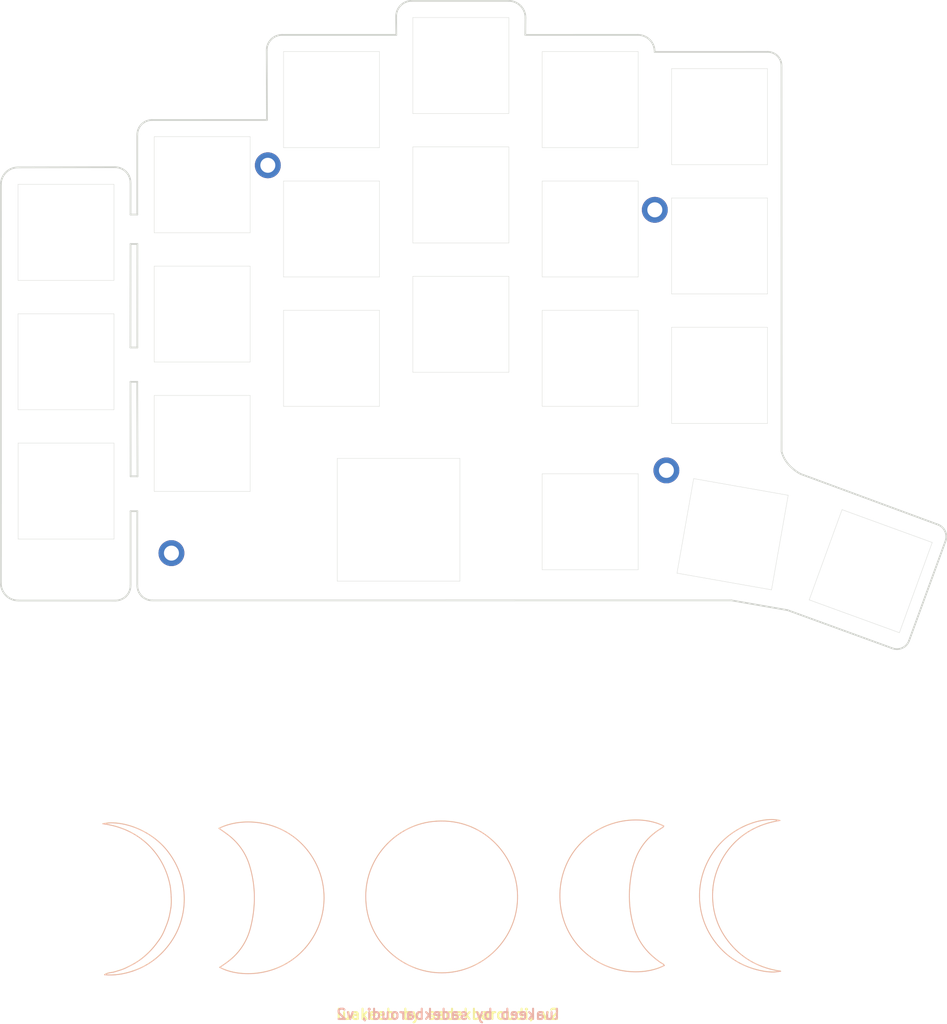
<source format=kicad_pcb>
(kicad_pcb (version 20171130) (host pcbnew "(5.1.10)-1")

  (general
    (thickness 1.6)
    (drawings 334)
    (tracks 0)
    (zones 0)
    (modules 4)
    (nets 1)
  )

  (page A4)
  (layers
    (0 F.Cu signal)
    (31 B.Cu signal)
    (32 B.Adhes user)
    (33 F.Adhes user)
    (34 B.Paste user)
    (35 F.Paste user)
    (36 B.SilkS user)
    (37 F.SilkS user)
    (38 B.Mask user)
    (39 F.Mask user)
    (40 Dwgs.User user)
    (41 Cmts.User user)
    (42 Eco1.User user)
    (43 Eco2.User user)
    (44 Edge.Cuts user)
    (45 Margin user)
    (46 B.CrtYd user)
    (47 F.CrtYd user)
    (48 B.Fab user)
    (49 F.Fab user)
  )

  (setup
    (last_trace_width 0.254)
    (trace_clearance 0.2)
    (zone_clearance 0.508)
    (zone_45_only no)
    (trace_min 0.2)
    (via_size 0.8)
    (via_drill 0.4)
    (via_min_size 0.4)
    (via_min_drill 0.3)
    (uvia_size 0.3)
    (uvia_drill 0.1)
    (uvias_allowed no)
    (uvia_min_size 0.2)
    (uvia_min_drill 0.1)
    (edge_width 0.05)
    (segment_width 0.2)
    (pcb_text_width 0.3)
    (pcb_text_size 1.5 1.5)
    (mod_edge_width 0.12)
    (mod_text_size 1 1)
    (mod_text_width 0.15)
    (pad_size 1.524 1.524)
    (pad_drill 0.762)
    (pad_to_mask_clearance 0)
    (aux_axis_origin 0 0)
    (grid_origin 145.852593 65.458404)
    (visible_elements 7FFFFFFF)
    (pcbplotparams
      (layerselection 0x010fc_ffffffff)
      (usegerberextensions false)
      (usegerberattributes true)
      (usegerberadvancedattributes true)
      (creategerberjobfile true)
      (excludeedgelayer true)
      (linewidth 0.100000)
      (plotframeref false)
      (viasonmask false)
      (mode 1)
      (useauxorigin false)
      (hpglpennumber 1)
      (hpglpenspeed 20)
      (hpglpendiameter 15.000000)
      (psnegative false)
      (psa4output false)
      (plotreference true)
      (plotvalue true)
      (plotinvisibletext false)
      (padsonsilk false)
      (subtractmaskfromsilk false)
      (outputformat 1)
      (mirror false)
      (drillshape 0)
      (scaleselection 1)
      (outputdirectory "gerbers/"))
  )

  (net 0 "")

  (net_class Default "This is the default net class."
    (clearance 0.2)
    (trace_width 0.254)
    (via_dia 0.8)
    (via_drill 0.4)
    (uvia_dia 0.3)
    (uvia_drill 0.1)
  )

  (net_class Power ""
    (clearance 0.2)
    (trace_width 0.381)
    (via_dia 0.8)
    (via_drill 0.4)
    (uvia_dia 0.3)
    (uvia_drill 0.1)
  )

  (module MountingHole:MountingHole_2.2mm_M2_DIN965_Pad (layer F.Cu) (tedit 56D1B4CB) (tstamp 61821F1C)
    (at 56.477588 112.136485)
    (descr "Mounting Hole 2.2mm, M2, DIN965")
    (tags "mounting hole 2.2mm m2 din965")
    (attr virtual)
    (fp_text reference "" (at 0 -4.2) (layer F.SilkS)
      (effects (font (size 1 1) (thickness 0.15)))
    )
    (fp_text value "" (at 0 4.2) (layer F.Fab)
      (effects (font (size 1 1) (thickness 0.15)))
    )
    (fp_circle (center 0 0) (end 2.15 0) (layer F.CrtYd) (width 0.05))
    (fp_circle (center 0 0) (end 1.9 0) (layer Cmts.User) (width 0.15))
    (fp_text user %R (at 0.3 0) (layer F.Fab)
      (effects (font (size 1 1) (thickness 0.15)))
    )
    (pad 1 thru_hole circle (at 0 0) (size 3.8 3.8) (drill 2.2) (layers *.Cu *.Mask))
  )

  (module MountingHole:MountingHole_2.2mm_M2_DIN965_Pad (layer F.Cu) (tedit 56D1B4CB) (tstamp 61821F1C)
    (at 70.637589 55.176487)
    (descr "Mounting Hole 2.2mm, M2, DIN965")
    (tags "mounting hole 2.2mm m2 din965")
    (attr virtual)
    (fp_text reference "" (at 0 -4.2) (layer F.SilkS)
      (effects (font (size 1 1) (thickness 0.15)))
    )
    (fp_text value "" (at 0 4.2) (layer F.Fab)
      (effects (font (size 1 1) (thickness 0.15)))
    )
    (fp_circle (center 0 0) (end 2.15 0) (layer F.CrtYd) (width 0.05))
    (fp_circle (center 0 0) (end 1.9 0) (layer Cmts.User) (width 0.15))
    (fp_text user %R (at 0.3 0) (layer F.Fab)
      (effects (font (size 1 1) (thickness 0.15)))
    )
    (pad 1 thru_hole circle (at 0 0) (size 3.8 3.8) (drill 2.2) (layers *.Cu *.Mask))
  )

  (module MountingHole:MountingHole_2.2mm_M2_DIN965_Pad (layer F.Cu) (tedit 56D1B4CB) (tstamp 61821F1C)
    (at 127.487585 61.716488)
    (descr "Mounting Hole 2.2mm, M2, DIN965")
    (tags "mounting hole 2.2mm m2 din965")
    (attr virtual)
    (fp_text reference "" (at 0 -4.2) (layer F.SilkS)
      (effects (font (size 1 1) (thickness 0.15)))
    )
    (fp_text value "" (at 0 4.2) (layer F.Fab)
      (effects (font (size 1 1) (thickness 0.15)))
    )
    (fp_circle (center 0 0) (end 2.15 0) (layer F.CrtYd) (width 0.05))
    (fp_circle (center 0 0) (end 1.9 0) (layer Cmts.User) (width 0.15))
    (fp_text user %R (at 0.3 0) (layer F.Fab)
      (effects (font (size 1 1) (thickness 0.15)))
    )
    (pad 1 thru_hole circle (at 0 0) (size 3.8 3.8) (drill 2.2) (layers *.Cu *.Mask))
  )

  (module MountingHole:MountingHole_2.2mm_M2_DIN965_Pad (layer F.Cu) (tedit 56D1B4CB) (tstamp 61821E14)
    (at 129.187674 99.986757)
    (descr "Mounting Hole 2.2mm, M2, DIN965")
    (tags "mounting hole 2.2mm m2 din965")
    (attr virtual)
    (fp_text reference "" (at 0 -4.2) (layer F.SilkS)
      (effects (font (size 1 1) (thickness 0.15)))
    )
    (fp_text value "" (at 0 4.2) (layer F.Fab)
      (effects (font (size 1 1) (thickness 0.15)))
    )
    (fp_circle (center 0 0) (end 2.15 0) (layer F.CrtYd) (width 0.05))
    (fp_circle (center 0 0) (end 1.9 0) (layer Cmts.User) (width 0.15))
    (fp_text user %R (at 0.3 0) (layer F.Fab)
      (effects (font (size 1 1) (thickness 0.15)))
    )
    (pad 1 thru_hole circle (at 0 0) (size 3.8 3.8) (drill 2.2) (layers *.Cu *.Mask))
  )

  (gr_line (start 154.989002 105.752329) (end 150.166518 119.001995) (layer Edge.Cuts) (width 0.05) (tstamp 61B3843E))
  (gr_line (start 150.166518 119.001995) (end 163.416184 123.824479) (layer Edge.Cuts) (width 0.05) (tstamp 61B3843D))
  (gr_line (start 168.238668 110.574813) (end 154.989002 105.752329) (layer Edge.Cuts) (width 0.05) (tstamp 61B3843C))
  (gr_line (start 163.416184 123.824479) (end 168.238668 110.574813) (layer Edge.Cuts) (width 0.05) (tstamp 61B3843B))
  (gr_line (start 133.193918 101.19129) (end 130.745479 115.077079) (layer Edge.Cuts) (width 0.05) (tstamp 61B3843E))
  (gr_line (start 130.745479 115.077079) (end 144.631268 117.525518) (layer Edge.Cuts) (width 0.05) (tstamp 61B3843D))
  (gr_line (start 147.079707 103.639729) (end 133.193918 101.19129) (layer Edge.Cuts) (width 0.05) (tstamp 61B3843C))
  (gr_line (start 144.631268 117.525518) (end 147.079707 103.639729) (layer Edge.Cuts) (width 0.05) (tstamp 61B3843B))
  (gr_line (start 129.942593 40.978404) (end 129.942593 55.078404) (layer Edge.Cuts) (width 0.05) (tstamp 61B3843E))
  (gr_line (start 129.942593 55.078404) (end 144.042593 55.078404) (layer Edge.Cuts) (width 0.05) (tstamp 61B3843D))
  (gr_line (start 144.042593 40.978404) (end 129.942593 40.978404) (layer Edge.Cuts) (width 0.05) (tstamp 61B3843C))
  (gr_line (start 144.042593 55.078404) (end 144.042593 40.978404) (layer Edge.Cuts) (width 0.05) (tstamp 61B3843B))
  (gr_line (start 129.942593 59.978404) (end 129.942593 74.078404) (layer Edge.Cuts) (width 0.05) (tstamp 61B3843E))
  (gr_line (start 129.942593 74.078404) (end 144.042593 74.078404) (layer Edge.Cuts) (width 0.05) (tstamp 61B3843D))
  (gr_line (start 144.042593 59.978404) (end 129.942593 59.978404) (layer Edge.Cuts) (width 0.05) (tstamp 61B3843C))
  (gr_line (start 144.042593 74.078404) (end 144.042593 59.978404) (layer Edge.Cuts) (width 0.05) (tstamp 61B3843B))
  (gr_line (start 129.942593 78.978404) (end 129.942593 93.078404) (layer Edge.Cuts) (width 0.05) (tstamp 61B3843E))
  (gr_line (start 129.942593 93.078404) (end 144.042593 93.078404) (layer Edge.Cuts) (width 0.05) (tstamp 61B3843D))
  (gr_line (start 144.042593 78.978404) (end 129.942593 78.978404) (layer Edge.Cuts) (width 0.05) (tstamp 61B3843C))
  (gr_line (start 144.042593 93.078404) (end 144.042593 78.978404) (layer Edge.Cuts) (width 0.05) (tstamp 61B3843B))
  (gr_line (start 110.942593 100.478404) (end 110.942593 114.578404) (layer Edge.Cuts) (width 0.05) (tstamp 61B3843E))
  (gr_line (start 110.942593 114.578404) (end 125.042593 114.578404) (layer Edge.Cuts) (width 0.05) (tstamp 61B3843D))
  (gr_line (start 125.042593 100.478404) (end 110.942593 100.478404) (layer Edge.Cuts) (width 0.05) (tstamp 61B3843C))
  (gr_line (start 125.042593 114.578404) (end 125.042593 100.478404) (layer Edge.Cuts) (width 0.05) (tstamp 61B3843B))
  (gr_line (start 110.942593 76.478404) (end 110.942593 90.578404) (layer Edge.Cuts) (width 0.05) (tstamp 61B3843E))
  (gr_line (start 110.942593 90.578404) (end 125.042593 90.578404) (layer Edge.Cuts) (width 0.05) (tstamp 61B3843D))
  (gr_line (start 125.042593 76.478404) (end 110.942593 76.478404) (layer Edge.Cuts) (width 0.05) (tstamp 61B3843C))
  (gr_line (start 125.042593 90.578404) (end 125.042593 76.478404) (layer Edge.Cuts) (width 0.05) (tstamp 61B3843B))
  (gr_line (start 110.942593 57.478404) (end 110.942593 71.578404) (layer Edge.Cuts) (width 0.05) (tstamp 61B3843E))
  (gr_line (start 110.942593 71.578404) (end 125.042593 71.578404) (layer Edge.Cuts) (width 0.05) (tstamp 61B3843D))
  (gr_line (start 125.042593 57.478404) (end 110.942593 57.478404) (layer Edge.Cuts) (width 0.05) (tstamp 61B3843C))
  (gr_line (start 125.042593 71.578404) (end 125.042593 57.478404) (layer Edge.Cuts) (width 0.05) (tstamp 61B3843B))
  (gr_line (start 110.942593 38.478404) (end 110.942593 52.578404) (layer Edge.Cuts) (width 0.05) (tstamp 61B3843E))
  (gr_line (start 110.942593 52.578404) (end 125.042593 52.578404) (layer Edge.Cuts) (width 0.05) (tstamp 61B3843D))
  (gr_line (start 125.042593 38.478404) (end 110.942593 38.478404) (layer Edge.Cuts) (width 0.05) (tstamp 61B3843C))
  (gr_line (start 125.042593 52.578404) (end 125.042593 38.478404) (layer Edge.Cuts) (width 0.05) (tstamp 61B3843B))
  (gr_line (start 91.942593 33.478404) (end 91.942593 47.578404) (layer Edge.Cuts) (width 0.05) (tstamp 61B3843E))
  (gr_line (start 91.942593 47.578404) (end 106.042593 47.578404) (layer Edge.Cuts) (width 0.05) (tstamp 61B3843D))
  (gr_line (start 106.042593 33.478404) (end 91.942593 33.478404) (layer Edge.Cuts) (width 0.05) (tstamp 61B3843C))
  (gr_line (start 106.042593 47.578404) (end 106.042593 33.478404) (layer Edge.Cuts) (width 0.05) (tstamp 61B3843B))
  (gr_line (start 91.942593 52.478404) (end 91.942593 66.578404) (layer Edge.Cuts) (width 0.05) (tstamp 61B3843E))
  (gr_line (start 91.942593 66.578404) (end 106.042593 66.578404) (layer Edge.Cuts) (width 0.05) (tstamp 61B3843D))
  (gr_line (start 106.042593 52.478404) (end 91.942593 52.478404) (layer Edge.Cuts) (width 0.05) (tstamp 61B3843C))
  (gr_line (start 106.042593 66.578404) (end 106.042593 52.478404) (layer Edge.Cuts) (width 0.05) (tstamp 61B3843B))
  (gr_line (start 91.942593 71.478404) (end 91.942593 85.578404) (layer Edge.Cuts) (width 0.05) (tstamp 61B3843E))
  (gr_line (start 91.942593 85.578404) (end 106.042593 85.578404) (layer Edge.Cuts) (width 0.05) (tstamp 61B3843D))
  (gr_line (start 106.042593 71.478404) (end 91.942593 71.478404) (layer Edge.Cuts) (width 0.05) (tstamp 61B3843C))
  (gr_line (start 106.042593 85.578404) (end 106.042593 71.478404) (layer Edge.Cuts) (width 0.05) (tstamp 61B3843B))
  (gr_line (start 72.942593 76.478404) (end 72.942593 90.578404) (layer Edge.Cuts) (width 0.05) (tstamp 61B3843E))
  (gr_line (start 72.942593 90.578404) (end 87.042593 90.578404) (layer Edge.Cuts) (width 0.05) (tstamp 61B3843D))
  (gr_line (start 87.042593 76.478404) (end 72.942593 76.478404) (layer Edge.Cuts) (width 0.05) (tstamp 61B3843C))
  (gr_line (start 87.042593 90.578404) (end 87.042593 76.478404) (layer Edge.Cuts) (width 0.05) (tstamp 61B3843B))
  (gr_line (start 72.942593 57.478404) (end 72.942593 71.578404) (layer Edge.Cuts) (width 0.05) (tstamp 61B3843E))
  (gr_line (start 72.942593 71.578404) (end 87.042593 71.578404) (layer Edge.Cuts) (width 0.05) (tstamp 61B3843D))
  (gr_line (start 87.042593 57.478404) (end 72.942593 57.478404) (layer Edge.Cuts) (width 0.05) (tstamp 61B3843C))
  (gr_line (start 87.042593 71.578404) (end 87.042593 57.478404) (layer Edge.Cuts) (width 0.05) (tstamp 61B3843B))
  (gr_line (start 72.942593 38.478404) (end 72.942593 52.578404) (layer Edge.Cuts) (width 0.05) (tstamp 61B3843E))
  (gr_line (start 72.942593 52.578404) (end 87.042593 52.578404) (layer Edge.Cuts) (width 0.05) (tstamp 61B3843D))
  (gr_line (start 87.042593 38.478404) (end 72.942593 38.478404) (layer Edge.Cuts) (width 0.05) (tstamp 61B3843C))
  (gr_line (start 87.042593 52.578404) (end 87.042593 38.478404) (layer Edge.Cuts) (width 0.05) (tstamp 61B3843B))
  (gr_line (start 53.942593 88.978404) (end 53.942593 103.078404) (layer Edge.Cuts) (width 0.05) (tstamp 61B3843E))
  (gr_line (start 53.942593 103.078404) (end 68.042593 103.078404) (layer Edge.Cuts) (width 0.05) (tstamp 61B3843D))
  (gr_line (start 68.042593 88.978404) (end 53.942593 88.978404) (layer Edge.Cuts) (width 0.05) (tstamp 61B3843C))
  (gr_line (start 68.042593 103.078404) (end 68.042593 88.978404) (layer Edge.Cuts) (width 0.05) (tstamp 61B3843B))
  (gr_line (start 53.942593 69.978404) (end 53.942593 84.078404) (layer Edge.Cuts) (width 0.05) (tstamp 61B3843E))
  (gr_line (start 53.942593 84.078404) (end 68.042593 84.078404) (layer Edge.Cuts) (width 0.05) (tstamp 61B3843D))
  (gr_line (start 68.042593 69.978404) (end 53.942593 69.978404) (layer Edge.Cuts) (width 0.05) (tstamp 61B3843C))
  (gr_line (start 68.042593 84.078404) (end 68.042593 69.978404) (layer Edge.Cuts) (width 0.05) (tstamp 61B3843B))
  (gr_line (start 53.942593 50.978404) (end 53.942593 65.078404) (layer Edge.Cuts) (width 0.05) (tstamp 61B3843E))
  (gr_line (start 53.942593 65.078404) (end 68.042593 65.078404) (layer Edge.Cuts) (width 0.05) (tstamp 61B3843D))
  (gr_line (start 68.042593 50.978404) (end 53.942593 50.978404) (layer Edge.Cuts) (width 0.05) (tstamp 61B3843C))
  (gr_line (start 68.042593 65.078404) (end 68.042593 50.978404) (layer Edge.Cuts) (width 0.05) (tstamp 61B3843B))
  (gr_line (start 33.942593 57.978404) (end 33.942593 72.078404) (layer Edge.Cuts) (width 0.05) (tstamp 61B3843E))
  (gr_line (start 33.942593 72.078404) (end 48.042593 72.078404) (layer Edge.Cuts) (width 0.05) (tstamp 61B3843D))
  (gr_line (start 48.042593 57.978404) (end 33.942593 57.978404) (layer Edge.Cuts) (width 0.05) (tstamp 61B3843C))
  (gr_line (start 48.042593 72.078404) (end 48.042593 57.978404) (layer Edge.Cuts) (width 0.05) (tstamp 61B3843B))
  (gr_line (start 33.942593 76.978404) (end 33.942593 91.078404) (layer Edge.Cuts) (width 0.05) (tstamp 61B3843E))
  (gr_line (start 33.942593 91.078404) (end 48.042593 91.078404) (layer Edge.Cuts) (width 0.05) (tstamp 61B3843D))
  (gr_line (start 48.042593 76.978404) (end 33.942593 76.978404) (layer Edge.Cuts) (width 0.05) (tstamp 61B3843C))
  (gr_line (start 48.042593 91.078404) (end 48.042593 76.978404) (layer Edge.Cuts) (width 0.05) (tstamp 61B3843B))
  (gr_line (start 48.052593 95.978404) (end 33.952593 95.978404) (layer Edge.Cuts) (width 0.05) (tstamp 61B38432))
  (gr_line (start 48.052593 110.078404) (end 48.052593 95.978404) (layer Edge.Cuts) (width 0.05))
  (gr_line (start 33.952593 110.078404) (end 48.052593 110.078404) (layer Edge.Cuts) (width 0.05))
  (gr_line (start 33.952593 95.978404) (end 33.952593 110.078404) (layer Edge.Cuts) (width 0.05))
  (gr_line (start 98.862593 98.224404) (end 80.828593 98.224404) (layer Edge.Cuts) (width 0.05) (tstamp 61B38410))
  (gr_line (start 98.862593 116.258404) (end 98.862593 98.224404) (layer Edge.Cuts) (width 0.05))
  (gr_line (start 80.828593 116.258404) (end 98.862593 116.258404) (layer Edge.Cuts) (width 0.05))
  (gr_line (start 80.828593 98.224404) (end 80.828593 116.258404) (layer Edge.Cuts) (width 0.05))
  (gr_curve (pts (xy 148.900593 100.510404) (xy 147.62539 99.825266) (xy 146.480177 98.679288) (xy 146.106593 97.208404)) (layer Edge.Cuts) (width 0.25) (tstamp 61B37F8D))
  (gr_text "luakeeb by sadekbaroudi, v2" (at 97.104393 179.869204) (layer B.SilkS)
    (effects (font (size 1.5 1.5) (thickness 0.3)) (justify mirror))
  )
  (gr_text "luakeeb by sadekbaroudi, v2" (at 97.053593 179.869204) (layer F.SilkS)
    (effects (font (size 1.5 1.5) (thickness 0.3)))
  )
  (gr_curve (pts (xy 45.956993 114.572987) (xy 45.931593 114.634371) (xy 45.906193 114.697871) (xy 45.887143 114.761371)) (layer F.SilkS) (width 0.00192))
  (gr_curve (pts (xy 44.97486 116.406021) (xy 44.553643 116.617687) (xy 43.817043 116.566887) (xy 43.37466 116.010204)) (layer F.SilkS) (width 0.00192))
  (gr_curve (pts (xy 42.32056 115.174121) (xy 42.324793 115.88532) (xy 41.759643 116.490687) (xy 41.046326 116.535137)) (layer F.SilkS) (width 0.00192))
  (gr_curve (pts (xy 46.534843 113.825804) (xy 46.699943 113.770771) (xy 46.869276 113.743254) (xy 47.042843 113.760187)) (layer F.SilkS) (width 0.00192))
  (gr_curve (pts (xy 45.899843 115.989037) (xy 45.497676 115.470454) (xy 45.52731 114.807937) (xy 45.840576 114.354971)) (layer F.SilkS) (width 0.00192))
  (gr_curve (pts (xy 39.579476 115.267254) (xy 39.524443 114.473504) (xy 40.140393 113.836387) (xy 40.87276 113.796171)) (layer F.SilkS) (width 0.00192))
  (gr_curve (pts (xy 45.887143 114.761371) (xy 45.868093 114.829104) (xy 45.855393 114.898954) (xy 45.84481 114.966687)) (layer F.SilkS) (width 0.00192))
  (gr_curve (pts (xy 46.481926 113.976087) (xy 46.424776 114.012071) (xy 46.369743 114.050171) (xy 46.318943 114.094621)) (layer F.SilkS) (width 0.00192))
  (gr_curve (pts (xy 38.512676 116.048304) (xy 38.04066 116.624037) (xy 37.299826 116.638854) (xy 36.933643 116.448354)) (layer F.SilkS) (width 0.00192))
  (gr_curve (pts (xy 43.37466 116.010204) (xy 42.951326 115.476804) (xy 42.985193 114.729621) (xy 43.41911 114.238554)) (layer F.SilkS) (width 0.00192))
  (gr_curve (pts (xy 46.668193 113.878721) (xy 46.604693 113.910471) (xy 46.541193 113.940104) (xy 46.481926 113.976087)) (layer F.SilkS) (width 0.00192))
  (gr_curve (pts (xy 36.933643 116.448354) (xy 36.937876 116.427187) (xy 36.95481 116.420837) (xy 36.971743 116.410254)) (layer F.SilkS) (width 0.00192))
  (gr_curve (pts (xy 43.41911 114.238554) (xy 43.88901 113.707271) (xy 44.61291 113.703037) (xy 44.960043 113.893537)) (layer F.SilkS) (width 0.00192))
  (gr_curve (pts (xy 40.87276 113.796171) (xy 41.61571 113.753837) (xy 42.322676 114.342271) (xy 42.32056 115.174121)) (layer F.SilkS) (width 0.00192))
  (gr_curve (pts (xy 41.046326 116.535137) (xy 40.210243 116.590171) (xy 39.623926 115.940354) (xy 39.579476 115.267254)) (layer F.SilkS) (width 0.00192))
  (gr_curve (pts (xy 44.80976 113.999371) (xy 44.602326 114.156004) (xy 44.46686 114.363437) (xy 44.40336 114.613204)) (layer F.SilkS) (width 0.00192))
  (gr_curve (pts (xy 34.819093 113.823687) (xy 34.96726 113.791937) (xy 35.109077 113.815221) (xy 35.250893 113.851204)) (layer F.SilkS) (width 0.00192))
  (gr_line (start 36.933643 116.448354) (end 36.933643 116.448354) (layer F.SilkS) (width 0.00192))
  (gr_line (start 44.960043 113.893537) (end 44.960043 113.893537) (layer F.SilkS) (width 0.00192))
  (gr_curve (pts (xy 37.464926 114.594154) (xy 37.382376 114.333804) (xy 37.21516 114.134837) (xy 36.99291 113.982437)) (layer F.SilkS) (width 0.00192))
  (gr_curve (pts (xy 44.424526 115.743504) (xy 44.49861 115.978454) (xy 44.640426 116.166837) (xy 44.839393 116.310771)) (layer F.SilkS) (width 0.00192))
  (gr_curve (pts (xy 35.725026 114.312637) (xy 35.490076 114.033237) (xy 35.181043 113.876604) (xy 34.819093 113.823687)) (layer F.SilkS) (width 0.00192))
  (gr_curve (pts (xy 45.84481 114.966687) (xy 45.834226 115.034421) (xy 45.834226 115.100037) (xy 45.83846 115.16777)) (layer F.SilkS) (width 0.00192))
  (gr_curve (pts (xy 46.052243 114.395187) (xy 46.014143 114.450221) (xy 45.982393 114.509487) (xy 45.956993 114.572987)) (layer F.SilkS) (width 0.00192))
  (gr_curve (pts (xy 46.17501 114.236437) (xy 46.13056 114.287237) (xy 46.090343 114.342271) (xy 46.052243 114.395187)) (layer F.SilkS) (width 0.00192))
  (gr_curve (pts (xy 47.042843 113.760187) (xy 46.98781 113.800404) (xy 46.920076 113.794054) (xy 46.858693 113.813104)) (layer F.SilkS) (width 0.00192))
  (gr_curve (pts (xy 36.92306 113.927404) (xy 37.276543 113.73902) (xy 37.998326 113.732671) (xy 38.48516 114.291471)) (layer F.SilkS) (width 0.00192))
  (gr_curve (pts (xy 45.840576 114.354971) (xy 46.014143 114.103087) (xy 46.24486 113.923171) (xy 46.534843 113.825804)) (layer F.SilkS) (width 0.00192))
  (gr_curve (pts (xy 44.839393 116.310771) (xy 44.881726 116.342521) (xy 44.928293 116.372154) (xy 44.97486 116.406021)) (layer F.SilkS) (width 0.00192))
  (gr_curve (pts (xy 44.40336 114.613204) (xy 44.30811 114.992087) (xy 44.30811 115.368854) (xy 44.424526 115.743504)) (layer F.SilkS) (width 0.00192))
  (gr_curve (pts (xy 47.072476 116.488571) (xy 46.74651 116.562654) (xy 46.20676 116.386971) (xy 45.899843 115.989037)) (layer F.SilkS) (width 0.00192))
  (gr_curve (pts (xy 37.51361 115.608037) (xy 37.57711 115.267254) (xy 37.57076 114.926471) (xy 37.464926 114.594154)) (layer F.SilkS) (width 0.00192))
  (gr_line (start 42.32056 115.174121) (end 42.32056 115.174121) (layer F.SilkS) (width 0.00192))
  (gr_line (start 34.83391 116.547837) (end 34.83391 116.547837) (layer F.SilkS) (width 0.00192))
  (gr_curve (pts (xy 34.83391 116.547837) (xy 35.661526 116.422954) (xy 36.01501 115.771021) (xy 36.04676 115.288421)) (layer F.SilkS) (width 0.00192))
  (gr_curve (pts (xy 45.85751 115.368854) (xy 45.96546 115.931887) (xy 46.39726 116.401787) (xy 47.072476 116.488571)) (layer F.SilkS) (width 0.00192))
  (gr_curve (pts (xy 46.318943 114.094621) (xy 46.268143 114.13907) (xy 46.21946 114.185637) (xy 46.17501 114.236437)) (layer F.SilkS) (width 0.00192))
  (gr_curve (pts (xy 44.960043 113.893537) (xy 44.90501 113.931637) (xy 44.856326 113.963387) (xy 44.80976 113.999371)) (layer F.SilkS) (width 0.00192))
  (gr_curve (pts (xy 45.83846 115.16777) (xy 45.842693 115.235504) (xy 45.84481 115.303237) (xy 45.85751 115.368854)) (layer F.SilkS) (width 0.00192))
  (gr_curve (pts (xy 38.48516 114.291471) (xy 38.908493 114.778304) (xy 38.921193 115.544537) (xy 38.512676 116.048304)) (layer F.SilkS) (width 0.00192))
  (gr_line (start 47.072476 116.488571) (end 47.072476 116.488571) (layer F.SilkS) (width 0.00192))
  (gr_curve (pts (xy 36.99291 113.982437) (xy 36.969626 113.965504) (xy 36.937876 113.957037) (xy 36.92306 113.927404)) (layer F.SilkS) (width 0.00192))
  (gr_curve (pts (xy 46.858693 113.813104) (xy 46.795193 113.834271) (xy 46.729576 113.849087) (xy 46.668193 113.878721)) (layer F.SilkS) (width 0.00192))
  (gr_curve (pts (xy 36.006543 116.018671) (xy 35.67846 116.463171) (xy 35.11331 116.621921) (xy 34.83391 116.547837)) (layer F.SilkS) (width 0.00192))
  (gr_curve (pts (xy 36.971743 116.410254) (xy 37.27866 116.228221) (xy 37.45011 115.950937) (xy 37.51361 115.608037)) (layer F.SilkS) (width 0.00192))
  (gr_curve (pts (xy 36.04676 115.288421) (xy 36.070043 114.920121) (xy 35.962093 114.592037) (xy 35.725026 114.312637)) (layer F.SilkS) (width 0.00192))
  (gr_curve (pts (xy 35.98326 114.325337) (xy 36.374843 114.814287) (xy 36.391776 115.502204) (xy 36.006543 116.018671)) (layer F.SilkS) (width 0.00192))
  (gr_curve (pts (xy 35.250893 113.851204) (xy 35.547226 113.927404) (xy 35.79276 114.086154) (xy 35.98326 114.325337)) (layer F.SilkS) (width 0.00192))
  (gr_curve (pts (xy 45.910426 115.997504) (xy 45.508259 115.478921) (xy 45.537893 114.816404) (xy 45.851159 114.363438)) (layer B.SilkS) (width 0.00192))
  (gr_curve (pts (xy 44.970626 113.902004) (xy 44.915593 113.940104) (xy 44.866909 113.971854) (xy 44.820343 114.007838)) (layer B.SilkS) (width 0.00192))
  (gr_curve (pts (xy 35.735609 114.321104) (xy 35.500659 114.041704) (xy 35.191626 113.885071) (xy 34.829676 113.832154)) (layer B.SilkS) (width 0.00192))
  (gr_curve (pts (xy 46.545426 113.834271) (xy 46.710526 113.779238) (xy 46.879859 113.751721) (xy 47.053426 113.768654)) (layer B.SilkS) (width 0.00192))
  (gr_curve (pts (xy 36.944226 116.456821) (xy 36.948459 116.435654) (xy 36.965393 116.429304) (xy 36.982326 116.418721)) (layer B.SilkS) (width 0.00192))
  (gr_curve (pts (xy 46.329526 114.103088) (xy 46.278726 114.147537) (xy 46.230043 114.194104) (xy 46.185593 114.244904)) (layer B.SilkS) (width 0.00192))
  (gr_curve (pts (xy 36.982326 116.418721) (xy 37.289243 116.236688) (xy 37.460693 115.959404) (xy 37.524193 115.616504)) (layer B.SilkS) (width 0.00192))
  (gr_curve (pts (xy 46.492509 113.984554) (xy 46.435359 114.020538) (xy 46.380326 114.058638) (xy 46.329526 114.103088)) (layer B.SilkS) (width 0.00192))
  (gr_line (start 42.331143 115.182588) (end 42.331143 115.182588) (layer B.SilkS) (width 0.00192))
  (gr_line (start 36.944226 116.456821) (end 36.944226 116.456821) (layer B.SilkS) (width 0.00192))
  (gr_curve (pts (xy 47.053426 113.768654) (xy 46.998393 113.808871) (xy 46.930659 113.802521) (xy 46.869276 113.821571)) (layer B.SilkS) (width 0.00192))
  (gr_curve (pts (xy 41.056909 116.543604) (xy 40.220826 116.598638) (xy 39.634509 115.948821) (xy 39.590059 115.275721)) (layer B.SilkS) (width 0.00192))
  (gr_curve (pts (xy 44.985443 116.414488) (xy 44.564226 116.626154) (xy 43.827626 116.575354) (xy 43.385243 116.018671)) (layer B.SilkS) (width 0.00192))
  (gr_line (start 34.844493 116.556304) (end 34.844493 116.556304) (layer B.SilkS) (width 0.00192))
  (gr_curve (pts (xy 36.057343 115.296888) (xy 36.080626 114.928588) (xy 35.972676 114.600504) (xy 35.735609 114.321104)) (layer B.SilkS) (width 0.00192))
  (gr_curve (pts (xy 45.851159 114.363438) (xy 46.024726 114.111554) (xy 46.255443 113.931638) (xy 46.545426 113.834271)) (layer B.SilkS) (width 0.00192))
  (gr_curve (pts (xy 44.849976 116.319238) (xy 44.892309 116.350988) (xy 44.938876 116.380621) (xy 44.985443 116.414488)) (layer B.SilkS) (width 0.00192))
  (gr_curve (pts (xy 45.855393 114.975154) (xy 45.844809 115.042888) (xy 45.844809 115.108504) (xy 45.849043 115.176237)) (layer B.SilkS) (width 0.00192))
  (gr_curve (pts (xy 46.678776 113.887188) (xy 46.615276 113.918938) (xy 46.551776 113.948571) (xy 46.492509 113.984554)) (layer B.SilkS) (width 0.00192))
  (gr_curve (pts (xy 38.495743 114.299938) (xy 38.919076 114.786771) (xy 38.931776 115.553004) (xy 38.523259 116.056771)) (layer B.SilkS) (width 0.00192))
  (gr_curve (pts (xy 35.261476 113.859671) (xy 35.557809 113.935871) (xy 35.803343 114.094621) (xy 35.993843 114.333804)) (layer B.SilkS) (width 0.00192))
  (gr_curve (pts (xy 45.868093 115.377321) (xy 45.976043 115.940354) (xy 46.407843 116.410254) (xy 47.083059 116.497038)) (layer B.SilkS) (width 0.00192))
  (gr_line (start 44.970626 113.902004) (end 44.970626 113.902004) (layer B.SilkS) (width 0.00192))
  (gr_curve (pts (xy 46.062826 114.403654) (xy 46.024726 114.458688) (xy 45.992976 114.517954) (xy 45.967576 114.581454)) (layer B.SilkS) (width 0.00192))
  (gr_curve (pts (xy 39.590059 115.275721) (xy 39.535026 114.481971) (xy 40.150976 113.844854) (xy 40.883343 113.804638)) (layer B.SilkS) (width 0.00192))
  (gr_curve (pts (xy 40.883343 113.804638) (xy 41.626293 113.762304) (xy 42.333259 114.350738) (xy 42.331143 115.182588)) (layer B.SilkS) (width 0.00192))
  (gr_curve (pts (xy 37.475509 114.602621) (xy 37.392959 114.342271) (xy 37.225743 114.143304) (xy 37.003493 113.990904)) (layer B.SilkS) (width 0.00192))
  (gr_curve (pts (xy 43.429693 114.247021) (xy 43.899593 113.715738) (xy 44.623493 113.711504) (xy 44.970626 113.902004)) (layer B.SilkS) (width 0.00192))
  (gr_curve (pts (xy 35.993843 114.333804) (xy 36.385426 114.822754) (xy 36.402359 115.510671) (xy 36.017126 116.027138)) (layer B.SilkS) (width 0.00192))
  (gr_curve (pts (xy 44.413943 114.621671) (xy 44.318693 115.000554) (xy 44.318693 115.377321) (xy 44.435109 115.751971)) (layer B.SilkS) (width 0.00192))
  (gr_curve (pts (xy 44.820343 114.007838) (xy 44.612909 114.164471) (xy 44.477443 114.371904) (xy 44.413943 114.621671)) (layer B.SilkS) (width 0.00192))
  (gr_curve (pts (xy 47.083059 116.497038) (xy 46.757093 116.571121) (xy 46.217343 116.395438) (xy 45.910426 115.997504)) (layer B.SilkS) (width 0.00192))
  (gr_curve (pts (xy 46.869276 113.821571) (xy 46.805776 113.842738) (xy 46.740159 113.857554) (xy 46.678776 113.887188)) (layer B.SilkS) (width 0.00192))
  (gr_line (start 47.083059 116.497038) (end 47.083059 116.497038) (layer B.SilkS) (width 0.00192))
  (gr_curve (pts (xy 45.849043 115.176237) (xy 45.853276 115.243971) (xy 45.855393 115.311704) (xy 45.868093 115.377321)) (layer B.SilkS) (width 0.00192))
  (gr_curve (pts (xy 45.897726 114.769838) (xy 45.878676 114.837571) (xy 45.865976 114.907421) (xy 45.855393 114.975154)) (layer B.SilkS) (width 0.00192))
  (gr_curve (pts (xy 42.331143 115.182588) (xy 42.335376 115.893787) (xy 41.770226 116.499154) (xy 41.056909 116.543604)) (layer B.SilkS) (width 0.00192))
  (gr_curve (pts (xy 45.967576 114.581454) (xy 45.942176 114.642838) (xy 45.916776 114.706338) (xy 45.897726 114.769838)) (layer B.SilkS) (width 0.00192))
  (gr_curve (pts (xy 46.185593 114.244904) (xy 46.141143 114.295704) (xy 46.100926 114.350738) (xy 46.062826 114.403654)) (layer B.SilkS) (width 0.00192))
  (gr_curve (pts (xy 36.933643 113.935871) (xy 37.287126 113.747487) (xy 38.008909 113.741138) (xy 38.495743 114.299938)) (layer B.SilkS) (width 0.00192))
  (gr_curve (pts (xy 43.385243 116.018671) (xy 42.961909 115.485271) (xy 42.995776 114.738088) (xy 43.429693 114.247021)) (layer B.SilkS) (width 0.00192))
  (gr_curve (pts (xy 44.435109 115.751971) (xy 44.509193 115.986921) (xy 44.651009 116.175304) (xy 44.849976 116.319238)) (layer B.SilkS) (width 0.00192))
  (gr_curve (pts (xy 38.523259 116.056771) (xy 38.051243 116.632504) (xy 37.310409 116.647321) (xy 36.944226 116.456821)) (layer B.SilkS) (width 0.00192))
  (gr_curve (pts (xy 37.003493 113.990904) (xy 36.980209 113.973971) (xy 36.948459 113.965504) (xy 36.933643 113.935871)) (layer B.SilkS) (width 0.00192))
  (gr_curve (pts (xy 37.524193 115.616504) (xy 37.587693 115.275721) (xy 37.581343 114.934938) (xy 37.475509 114.602621)) (layer B.SilkS) (width 0.00192))
  (gr_curve (pts (xy 34.829676 113.832154) (xy 34.977843 113.800404) (xy 35.11966 113.823688) (xy 35.261476 113.859671)) (layer B.SilkS) (width 0.00192))
  (gr_curve (pts (xy 36.017126 116.027138) (xy 35.689043 116.471638) (xy 35.123893 116.630388) (xy 34.844493 116.556304)) (layer B.SilkS) (width 0.00192))
  (gr_curve (pts (xy 34.844493 116.556304) (xy 35.672109 116.431421) (xy 36.025593 115.779488) (xy 36.057343 115.296888)) (layer B.SilkS) (width 0.00192))
  (gr_curve (pts (xy 136.517255 169.468169) (xy 133.335641 165.49545) (xy 133.198058 159.906126) (xy 136.328079 155.709835)) (layer B.SilkS) (width 0.12675))
  (gr_curve (pts (xy 56.392161 164.2572) (xy 56.478151 163.706866) (xy 56.478151 163.173731) (xy 56.443755 162.623398)) (layer B.SilkS) (width 0.12675))
  (gr_curve (pts (xy 145.855724 151.410356) (xy 139.131339 152.425033) (xy 136.259286 157.721991) (xy 136.001318 161.643116)) (layer B.SilkS) (width 0.12675))
  (gr_curve (pts (xy 128.88138 172.701376) (xy 126.009329 174.231991) (xy 120.144839 174.283585) (xy 116.189318 169.743335)) (layer B.SilkS) (width 0.12675))
  (gr_curve (pts (xy 124.478714 167.284033) (xy 125.149433 169.399376) (xy 126.508068 171.015981) (xy 128.313849 172.254231)) (layer B.SilkS) (width 0.12675))
  (gr_line (start 145.855724 151.410356) (end 145.855724 151.410356) (layer B.SilkS) (width 0.12675))
  (gr_curve (pts (xy 49.702172 173.096929) (xy 50.21811 172.83896) (xy 50.734047 172.598189) (xy 51.215589 172.305825)) (layer B.SilkS) (width 0.12675))
  (gr_curve (pts (xy 51.215589 172.305825) (xy 51.679933 172.01346) (xy 52.127079 171.703897) (xy 52.539829 171.342741)) (layer B.SilkS) (width 0.12675))
  (gr_curve (pts (xy 46.41737 151.891897) (xy 49.065849 151.28997) (xy 53.451318 152.717397) (xy 55.945016 155.950606)) (layer B.SilkS) (width 0.12675))
  (gr_curve (pts (xy 56.426558 169.227397) (xy 55.016329 171.27395) (xy 53.141755 172.735772) (xy 50.785641 173.526876)) (layer B.SilkS) (width 0.12675))
  (gr_line (start 46.41737 151.891897) (end 46.41737 151.891897) (layer B.SilkS) (width 0.12675))
  (gr_curve (pts (xy 138.615401 169.571356) (xy 140.52437 171.841481) (xy 143.035266 173.114126) (xy 145.97611 173.544075)) (layer B.SilkS) (width 0.12675))
  (gr_curve (pts (xy 136.328079 155.709835) (xy 138.993755 152.098272) (xy 143.585599 150.808429) (xy 145.855724 151.410356)) (layer B.SilkS) (width 0.12675))
  (gr_curve (pts (xy 55.945016 155.950606) (xy 59.21262 160.164095) (xy 58.971849 165.547044) (xy 56.426558 169.227397)) (layer B.SilkS) (width 0.12675))
  (gr_curve (pts (xy 116.189318 169.743335) (xy 112.749735 165.787814) (xy 112.646547 159.562169) (xy 115.965745 155.469064)) (layer B.SilkS) (width 0.12675))
  (gr_line (start 63.580891 172.976544) (end 63.580891 172.976544) (layer B.SilkS) (width 0.12675))
  (gr_curve (pts (xy 52.539829 171.342741) (xy 52.952579 170.981585) (xy 53.34813 170.603231) (xy 53.709286 170.190481)) (layer B.SilkS) (width 0.12675))
  (gr_curve (pts (xy 128.313849 172.254231) (xy 128.503026 172.391814) (xy 128.760995 172.460606) (xy 128.88138 172.701376)) (layer B.SilkS) (width 0.12675))
  (gr_curve (pts (xy 56.048204 165.925397) (xy 56.202985 165.375064) (xy 56.306172 164.807533) (xy 56.392161 164.2572)) (layer B.SilkS) (width 0.12675))
  (gr_curve (pts (xy 54.706766 168.900637) (xy 55.016329 168.453491) (xy 55.274297 167.97195) (xy 55.480672 167.456012)) (layer B.SilkS) (width 0.12675))
  (gr_curve (pts (xy 115.965745 155.469064) (xy 119.80088 150.791231) (xy 125.820151 150.670845) (xy 128.795391 152.218658)) (layer B.SilkS) (width 0.12675))
  (gr_curve (pts (xy 53.709286 170.190481) (xy 54.070443 169.777731) (xy 54.397204 169.330585) (xy 54.706766 168.900637)) (layer B.SilkS) (width 0.12675))
  (gr_curve (pts (xy 48.15436 173.630064) (xy 48.670297 173.458085) (xy 49.203433 173.3377) (xy 49.702172 173.096929)) (layer B.SilkS) (width 0.12675))
  (gr_curve (pts (xy 136.001318 161.643116) (xy 135.812141 164.635554) (xy 136.689235 167.301231) (xy 138.615401 169.571356)) (layer B.SilkS) (width 0.12675))
  (gr_curve (pts (xy 56.443755 162.623398) (xy 56.40936 162.073064) (xy 56.392161 161.522731) (xy 56.288974 160.989595)) (layer B.SilkS) (width 0.12675))
  (gr_curve (pts (xy 145.97611 173.544075) (xy 144.772255 173.802044) (xy 143.619995 173.612866) (xy 142.467735 173.320501)) (layer B.SilkS) (width 0.12675))
  (gr_curve (pts (xy 50.785641 173.526876) (xy 49.444204 173.974022) (xy 48.06837 174.197595) (xy 46.658141 174.060012)) (layer B.SilkS) (width 0.12675))
  (gr_curve (pts (xy 142.467735 173.320501) (xy 140.060026 172.701376) (xy 138.065068 171.411533) (xy 136.517255 169.468169)) (layer B.SilkS) (width 0.12675))
  (gr_curve (pts (xy 46.658141 174.060012) (xy 47.105286 173.733251) (xy 47.65562 173.784845) (xy 48.15436 173.630064)) (layer B.SilkS) (width 0.12675))
  (gr_curve (pts (xy 56.288974 160.989595) (xy 55.41188 156.41495) (xy 51.903505 152.597012) (xy 46.41737 151.891897)) (layer B.SilkS) (width 0.12675))
  (gr_line (start 128.795391 152.218658) (end 128.795391 152.218658) (layer B.SilkS) (width 0.12675))
  (gr_curve (pts (xy 55.480672 167.456012) (xy 55.687047 166.957272) (xy 55.893422 166.441335) (xy 56.048204 165.925397)) (layer B.SilkS) (width 0.12675))
  (gr_curve (pts (xy 95.379839 151.513544) (xy 102.173016 151.066397) (xy 106.936839 156.346158) (xy 107.297995 161.815095)) (layer B.SilkS) (width 0.12675))
  (gr_curve (pts (xy 107.297995 161.815095) (xy 107.745141 168.264314) (xy 102.740547 173.440887) (xy 96.790068 173.767647)) (layer B.SilkS) (width 0.12675))
  (gr_curve (pts (xy 124.083161 159.046231) (xy 123.567224 161.815095) (xy 123.618818 164.58396) (xy 124.478714 167.284033)) (layer B.SilkS) (width 0.12675))
  (gr_curve (pts (xy 128.485829 152.52822) (xy 125.99213 154.007241) (xy 124.599099 156.260169) (xy 124.083161 159.046231)) (layer B.SilkS) (width 0.12675))
  (gr_curve (pts (xy 76.46213 155.778626) (xy 79.901714 160.112501) (xy 79.626547 166.183366) (xy 76.100974 170.173283)) (layer B.SilkS) (width 0.12675))
  (gr_curve (pts (xy 128.795391 152.218658) (xy 128.760995 152.390637) (xy 128.623411 152.442231) (xy 128.485829 152.52822)) (layer B.SilkS) (width 0.12675))
  (gr_line (start 85.026693 162.571804) (end 85.026693 162.571804) (layer B.SilkS) (width 0.12675))
  (gr_curve (pts (xy 76.100974 170.173283) (xy 72.283036 174.48996) (xy 66.401349 174.524356) (xy 63.580891 172.976544)) (layer B.SilkS) (width 0.12675))
  (gr_curve (pts (xy 63.460505 152.562616) (xy 66.882891 150.842825) (xy 72.867766 151.255575) (xy 76.46213 155.778626)) (layer B.SilkS) (width 0.12675))
  (gr_curve (pts (xy 64.561172 153.336522) (xy 64.217214 153.078554) (xy 63.83886 152.837783) (xy 63.460505 152.562616)) (layer B.SilkS) (width 0.12675))
  (gr_curve (pts (xy 67.931964 157.945564) (xy 67.330036 156.036595) (xy 66.177776 154.505981) (xy 64.561172 153.336522)) (layer B.SilkS) (width 0.12675))
  (gr_curve (pts (xy 68.103943 167.129251) (xy 68.877849 164.050825) (xy 68.877849 160.989595) (xy 67.931964 157.945564)) (layer B.SilkS) (width 0.12675))
  (gr_curve (pts (xy 64.801943 172.116647) (xy 66.487339 170.844001) (xy 67.588005 169.158606) (xy 68.103943 167.129251)) (layer B.SilkS) (width 0.12675))
  (gr_curve (pts (xy 63.580891 172.976544) (xy 64.028036 172.666981) (xy 64.423589 172.409012) (xy 64.801943 172.116647)) (layer B.SilkS) (width 0.12675))
  (gr_curve (pts (xy 96.790068 173.767647) (xy 90.753599 174.111606) (xy 85.009495 169.330585) (xy 85.026693 162.571804)) (layer B.SilkS) (width 0.12675))
  (gr_curve (pts (xy 85.026693 162.571804) (xy 84.992297 156.793304) (xy 89.584141 151.8747) (xy 95.379839 151.513544)) (layer B.SilkS) (width 0.12675))
  (gr_curve (pts (xy 76.094888 170.151852) (xy 72.27695 174.468529) (xy 66.395263 174.502925) (xy 63.574805 172.955113)) (layer F.SilkS) (width 0.12675))
  (gr_curve (pts (xy 107.291909 161.793664) (xy 107.739055 168.242883) (xy 102.734461 173.419456) (xy 96.783982 173.746216)) (layer F.SilkS) (width 0.12675))
  (gr_line (start 85.020607 162.550373) (end 85.020607 162.550373) (layer F.SilkS) (width 0.12675))
  (gr_line (start 128.789305 152.197227) (end 128.789305 152.197227) (layer F.SilkS) (width 0.12675))
  (gr_curve (pts (xy 53.7032 170.16905) (xy 54.064357 169.7563) (xy 54.391118 169.309154) (xy 54.70068 168.879206)) (layer F.SilkS) (width 0.12675))
  (gr_curve (pts (xy 124.472628 167.262602) (xy 125.143347 169.377945) (xy 126.501982 170.99455) (xy 128.307763 172.2328)) (layer F.SilkS) (width 0.12675))
  (gr_curve (pts (xy 128.875294 172.679945) (xy 126.003243 174.21056) (xy 120.138753 174.262154) (xy 116.183232 169.721904)) (layer F.SilkS) (width 0.12675))
  (gr_curve (pts (xy 128.307763 172.2328) (xy 128.49694 172.370383) (xy 128.754909 172.439175) (xy 128.875294 172.679945)) (layer F.SilkS) (width 0.12675))
  (gr_curve (pts (xy 85.020607 162.550373) (xy 84.986211 156.771873) (xy 89.578055 151.853269) (xy 95.373753 151.492113)) (layer F.SilkS) (width 0.12675))
  (gr_curve (pts (xy 128.789305 152.197227) (xy 128.754909 152.369206) (xy 128.617325 152.4208) (xy 128.479743 152.506789)) (layer F.SilkS) (width 0.12675))
  (gr_curve (pts (xy 64.795857 172.095216) (xy 66.481253 170.82257) (xy 67.581919 169.137175) (xy 68.097857 167.10782)) (layer F.SilkS) (width 0.12675))
  (gr_curve (pts (xy 56.420472 169.205966) (xy 55.010243 171.252519) (xy 53.135669 172.714341) (xy 50.779555 173.505445)) (layer F.SilkS) (width 0.12675))
  (gr_curve (pts (xy 115.959659 155.447633) (xy 119.794794 150.7698) (xy 125.814065 150.649414) (xy 128.789305 152.197227)) (layer F.SilkS) (width 0.12675))
  (gr_curve (pts (xy 124.077075 159.0248) (xy 123.561138 161.793664) (xy 123.612732 164.562529) (xy 124.472628 167.262602)) (layer F.SilkS) (width 0.12675))
  (gr_curve (pts (xy 95.373753 151.492113) (xy 102.16693 151.044966) (xy 106.930753 156.324727) (xy 107.291909 161.793664)) (layer F.SilkS) (width 0.12675))
  (gr_curve (pts (xy 64.555086 153.315091) (xy 64.211128 153.057123) (xy 63.832774 152.816352) (xy 63.454419 152.541185)) (layer F.SilkS) (width 0.12675))
  (gr_curve (pts (xy 49.696086 173.075498) (xy 50.212024 172.817529) (xy 50.727961 172.576758) (xy 51.209503 172.284394)) (layer F.SilkS) (width 0.12675))
  (gr_curve (pts (xy 46.411284 151.870466) (xy 49.059763 151.268539) (xy 53.445232 152.695966) (xy 55.93893 155.929175)) (layer F.SilkS) (width 0.12675))
  (gr_line (start 46.411284 151.870466) (end 46.411284 151.870466) (layer F.SilkS) (width 0.12675))
  (gr_curve (pts (xy 50.779555 173.505445) (xy 49.438118 173.952591) (xy 48.062284 174.176164) (xy 46.652055 174.038581)) (layer F.SilkS) (width 0.12675))
  (gr_curve (pts (xy 142.461649 173.29907) (xy 140.05394 172.679945) (xy 138.058982 171.390102) (xy 136.511169 169.446738)) (layer F.SilkS) (width 0.12675))
  (gr_curve (pts (xy 56.386075 164.235769) (xy 56.472065 163.685435) (xy 56.472065 163.1523) (xy 56.437669 162.601967)) (layer F.SilkS) (width 0.12675))
  (gr_curve (pts (xy 116.183232 169.721904) (xy 112.743649 165.766383) (xy 112.640461 159.540738) (xy 115.959659 155.447633)) (layer F.SilkS) (width 0.12675))
  (gr_curve (pts (xy 48.148274 173.608633) (xy 48.664211 173.436654) (xy 49.197347 173.316269) (xy 49.696086 173.075498)) (layer F.SilkS) (width 0.12675))
  (gr_curve (pts (xy 55.93893 155.929175) (xy 59.206534 160.142664) (xy 58.965763 165.525613) (xy 56.420472 169.205966)) (layer F.SilkS) (width 0.12675))
  (gr_curve (pts (xy 136.511169 169.446738) (xy 133.329555 165.474019) (xy 133.191972 159.884695) (xy 136.321993 155.688404)) (layer F.SilkS) (width 0.12675))
  (gr_curve (pts (xy 135.995232 161.621685) (xy 135.806055 164.614123) (xy 136.683149 167.2798) (xy 138.609315 169.549925)) (layer F.SilkS) (width 0.12675))
  (gr_curve (pts (xy 96.783982 173.746216) (xy 90.747513 174.090175) (xy 85.003409 169.309154) (xy 85.020607 162.550373)) (layer F.SilkS) (width 0.12675))
  (gr_curve (pts (xy 56.437669 162.601967) (xy 56.403274 162.051633) (xy 56.386075 161.5013) (xy 56.282888 160.968164)) (layer F.SilkS) (width 0.12675))
  (gr_curve (pts (xy 54.70068 168.879206) (xy 55.010243 168.43206) (xy 55.268211 167.950519) (xy 55.474586 167.434581)) (layer F.SilkS) (width 0.12675))
  (gr_curve (pts (xy 68.097857 167.10782) (xy 68.871763 164.029394) (xy 68.871763 160.968164) (xy 67.925878 157.924133)) (layer F.SilkS) (width 0.12675))
  (gr_curve (pts (xy 76.456044 155.757195) (xy 79.895628 160.09107) (xy 79.620461 166.161935) (xy 76.094888 170.151852)) (layer F.SilkS) (width 0.12675))
  (gr_line (start 145.849638 151.388925) (end 145.849638 151.388925) (layer F.SilkS) (width 0.12675))
  (gr_curve (pts (xy 51.209503 172.284394) (xy 51.673847 171.992029) (xy 52.120993 171.682466) (xy 52.533743 171.32131)) (layer F.SilkS) (width 0.12675))
  (gr_curve (pts (xy 145.970024 173.522644) (xy 144.766169 173.780613) (xy 143.613909 173.591435) (xy 142.461649 173.29907)) (layer F.SilkS) (width 0.12675))
  (gr_curve (pts (xy 56.042118 165.903966) (xy 56.196899 165.353633) (xy 56.300086 164.786102) (xy 56.386075 164.235769)) (layer F.SilkS) (width 0.12675))
  (gr_curve (pts (xy 128.479743 152.506789) (xy 125.986044 153.98581) (xy 124.593013 156.238738) (xy 124.077075 159.0248)) (layer F.SilkS) (width 0.12675))
  (gr_curve (pts (xy 46.652055 174.038581) (xy 47.0992 173.71182) (xy 47.649534 173.763414) (xy 48.148274 173.608633)) (layer F.SilkS) (width 0.12675))
  (gr_curve (pts (xy 67.925878 157.924133) (xy 67.32395 156.015164) (xy 66.17169 154.48455) (xy 64.555086 153.315091)) (layer F.SilkS) (width 0.12675))
  (gr_curve (pts (xy 138.609315 169.549925) (xy 140.518284 171.82005) (xy 143.02918 173.092695) (xy 145.970024 173.522644)) (layer F.SilkS) (width 0.12675))
  (gr_curve (pts (xy 145.849638 151.388925) (xy 139.125253 152.403602) (xy 136.2532 157.70056) (xy 135.995232 161.621685)) (layer F.SilkS) (width 0.12675))
  (gr_curve (pts (xy 55.474586 167.434581) (xy 55.680961 166.935841) (xy 55.887336 166.419904) (xy 56.042118 165.903966)) (layer F.SilkS) (width 0.12675))
  (gr_curve (pts (xy 63.454419 152.541185) (xy 66.876805 150.821394) (xy 72.86168 151.234144) (xy 76.456044 155.757195)) (layer F.SilkS) (width 0.12675))
  (gr_curve (pts (xy 63.574805 172.955113) (xy 64.02195 172.64555) (xy 64.417503 172.387581) (xy 64.795857 172.095216)) (layer F.SilkS) (width 0.12675))
  (gr_line (start 63.574805 172.955113) (end 63.574805 172.955113) (layer F.SilkS) (width 0.12675))
  (gr_curve (pts (xy 56.282888 160.968164) (xy 55.405794 156.393519) (xy 51.897419 152.575581) (xy 46.411284 151.870466)) (layer F.SilkS) (width 0.12675))
  (gr_curve (pts (xy 52.533743 171.32131) (xy 52.946493 170.960154) (xy 53.342044 170.5818) (xy 53.7032 170.16905)) (layer F.SilkS) (width 0.12675))
  (gr_curve (pts (xy 136.321993 155.688404) (xy 138.987669 152.076841) (xy 143.579513 150.786998) (xy 145.849638 151.388925)) (layer F.SilkS) (width 0.12675))
  (gr_line (start 51.470332 81.936556) (end 50.45606 81.93655) (layer Edge.Cuts) (width 0.25) (tstamp 61A1B157))
  (gr_line (start 51.477962 66.734715) (end 50.4704 66.734715) (layer Edge.Cuts) (width 0.25) (tstamp 61A1B156))
  (gr_line (start 50.45606 81.93655) (end 50.470403 66.734713) (layer Edge.Cuts) (width 0.25) (tstamp 61A1B155))
  (gr_line (start 51.495095 100.856709) (end 50.479233 100.856712) (layer Edge.Cuts) (width 0.25) (tstamp 61A1B154))
  (gr_line (start 51.456826 86.978062) (end 50.462843 86.978062) (layer Edge.Cuts) (width 0.25) (tstamp 61A1B153))
  (gr_line (start 127.462596 38.525458) (end 144.074593 38.521704) (layer Edge.Cuts) (width 0.25) (tstamp 61A1B152))
  (gr_line (start 51.470332 81.936556) (end 51.477962 66.734708) (layer Edge.Cuts) (width 0.25) (tstamp 61A1B151))
  (gr_line (start 51.495095 100.856709) (end 51.456826 86.978068) (layer Edge.Cuts) (width 0.25) (tstamp 61A1B150))
  (gr_curve (pts (xy 52.107378 118.442147) (xy 51.696491 118.031238) (xy 51.465707 117.473922) (xy 51.465795 116.892833)) (layer Edge.Cuts) (width 0.25) (tstamp 61A1B14F))
  (gr_curve (pts (xy 50.472677 116.895276) (xy 50.472673 117.482044) (xy 50.239485 118.044752) (xy 49.824453 118.459524)) (layer Edge.Cuts) (width 0.25) (tstamp 61A1B14E))
  (gr_line (start 51.466467 105.979233) (end 50.473247 105.979229) (layer Edge.Cuts) (width 0.25) (tstamp 61A1B14D))
  (gr_line (start 50.479233 100.856712) (end 50.462843 86.978062) (layer Edge.Cuts) (width 0.25) (tstamp 61A1B14C))
  (gr_curve (pts (xy 33.976667 119.098131) (xy 32.56339 119.097266) (xy 31.418177 117.951288) (xy 31.418282 116.538009)) (layer Edge.Cuts) (width 0.25) (tstamp 61A1B14B))
  (gr_line (start 162.413393 126.126304) (end 146.983414 120.510248) (layer Edge.Cuts) (width 0.25) (tstamp 61A1B14A))
  (gr_line (start 50.472754 105.979625) (end 50.472677 116.895276) (layer Edge.Cuts) (width 0.25) (tstamp 61A1B149))
  (gr_line (start 146.983414 120.510248) (end 138.740593 119.076352) (layer Edge.Cuts) (width 0.25) (tstamp 61A1B148))
  (gr_line (start 31.418282 116.538009) (end 31.422229 57.997936) (layer Edge.Cuts) (width 0.25) (tstamp 61A1B147))
  (gr_line (start 138.740593 119.076352) (end 53.656647 119.083807) (layer Edge.Cuts) (width 0.25) (tstamp 61A1B146))
  (gr_line (start 51.465795 116.892833) (end 51.467217 105.981382) (layer Edge.Cuts) (width 0.25) (tstamp 61A1B145))
  (gr_curve (pts (xy 48.184527 55.454835) (xy 48.790363 55.453495) (xy 49.371854 55.693222) (xy 49.80074 56.121122)) (layer Edge.Cuts) (width 0.25) (tstamp 61A1B144))
  (gr_curve (pts (xy 49.824453 118.459524) (xy 49.409421 118.874302) (xy 48.846573 119.107142) (xy 48.259809 119.106784)) (layer Edge.Cuts) (width 0.25) (tstamp 61A1B143))
  (gr_line (start 48.259809 119.106784) (end 33.976667 119.098131) (layer Edge.Cuts) (width 0.25) (tstamp 61A1B142))
  (gr_curve (pts (xy 31.422229 57.997936) (xy 31.422323 56.612882) (xy 32.543542 55.489274) (xy 33.928589 55.486229)) (layer Edge.Cuts) (width 0.25) (tstamp 61A1B141))
  (gr_curve (pts (xy 53.656647 119.083807) (xy 53.075559 119.083871) (xy 52.518255 118.85305) (xy 52.107378 118.442147)) (layer Edge.Cuts) (width 0.25) (tstamp 61A1B140))
  (gr_line (start 89.511871 36.027018) (end 89.484135 33.331526) (layer Edge.Cuts) (width 0.25) (tstamp 61A1B13F))
  (gr_line (start 70.511889 48.525643) (end 70.471881 38.284649) (layer Edge.Cuts) (width 0.25) (tstamp 61A1B13E))
  (gr_curve (pts (xy 106.005278 31.025537) (xy 106.667658 31.025516) (xy 107.30254 31.290364) (xy 107.768538 31.761096)) (layer Edge.Cuts) (width 0.25) (tstamp 61A1B13D))
  (gr_line (start 51.459396 62.408348) (end 51.460425 50.682975) (layer Edge.Cuts) (width 0.25) (tstamp 61A1B13C))
  (gr_curve (pts (xy 126.761564 36.762361) (xy 127.222694 37.232854) (xy 127.475073 37.869129) (xy 127.461814 38.527787)) (layer Edge.Cuts) (width 0.25) (tstamp 61A1B13B))
  (gr_line (start 72.720645 36.027071) (end 89.511871 36.027018) (layer Edge.Cuts) (width 0.25) (tstamp 61A1B13A))
  (gr_curve (pts (xy 71.127405 36.688835) (xy 71.549388 36.265206) (xy 72.122705 36.027067) (xy 72.720645 36.027071)) (layer Edge.Cuts) (width 0.25) (tstamp 61A1B139))
  (gr_curve (pts (xy 49.80074 56.121122) (xy 50.229619 56.549024) (xy 50.47067 57.129952) (xy 50.470727 57.735798)) (layer Edge.Cuts) (width 0.25) (tstamp 61A1B138))
  (gr_line (start 50.471157 62.410182) (end 51.459396 62.408348) (layer Edge.Cuts) (width 0.25) (tstamp 61A1B137))
  (gr_line (start 91.765892 31.026073) (end 106.005278 31.025537) (layer Edge.Cuts) (width 0.25) (tstamp 61A1B136))
  (gr_curve (pts (xy 51.460425 50.682975) (xy 51.46053 49.491857) (xy 52.426121 48.526319) (xy 53.617224 48.526272)) (layer Edge.Cuts) (width 0.25) (tstamp 61A1B135))
  (gr_line (start 33.928589 55.486229) (end 48.184527 55.454835) (layer Edge.Cuts) (width 0.25) (tstamp 61A1B134))
  (gr_line (start 50.470727 57.735798) (end 50.471157 62.410182) (layer Edge.Cuts) (width 0.25) (tstamp 61A1B133))
  (gr_line (start 108.486229 33.531712) (end 108.460889 36.027407) (layer Edge.Cuts) (width 0.25) (tstamp 61A1B132))
  (gr_curve (pts (xy 125.010556 36.02679) (xy 125.669347 36.026759) (xy 126.300428 36.291867) (xy 126.761564 36.762361)) (layer Edge.Cuts) (width 0.25) (tstamp 61A1B131))
  (gr_curve (pts (xy 107.768538 31.761096) (xy 108.234539 32.231831) (xy 108.492955 32.869372) (xy 108.486229 33.531712)) (layer Edge.Cuts) (width 0.25) (tstamp 61A1B130))
  (gr_curve (pts (xy 90.144071 31.702802) (xy 90.572656 31.269764) (xy 91.156625 31.026097) (xy 91.765892 31.026073)) (layer Edge.Cuts) (width 0.25) (tstamp 61A1B12F))
  (gr_curve (pts (xy 70.471881 38.284649) (xy 70.469542 37.686721) (xy 70.705435 37.112471) (xy 71.127405 36.688835)) (layer Edge.Cuts) (width 0.25) (tstamp 61A1B12E))
  (gr_line (start 108.460889 36.027407) (end 125.010556 36.02679) (layer Edge.Cuts) (width 0.25) (tstamp 61A1B12D))
  (gr_curve (pts (xy 89.484135 33.331526) (xy 89.477863 32.722285) (xy 89.715482 32.135838) (xy 90.144071 31.702802)) (layer Edge.Cuts) (width 0.25) (tstamp 61A1B12C))
  (gr_line (start 53.617224 48.526272) (end 70.511889 48.525643) (layer Edge.Cuts) (width 0.25) (tstamp 61A1B12B))
  (gr_line (start 169.055493 107.939904) (end 148.900593 100.510404) (layer Edge.Cuts) (width 0.25))
  (gr_line (start 164.836161 124.9926) (end 170.189197 110.362672) (layer Edge.Cuts) (width 0.25) (tstamp 61A1D0DF))
  (gr_curve (pts (xy 169.055493 107.939904) (xy 170.036565 108.296985) (xy 170.543651 109.380647) (xy 170.189197 110.362672)) (layer Edge.Cuts) (width 0.25) (tstamp 61A1D0C8))
  (gr_curve (pts (xy 164.836161 124.9926) (xy 164.47908 125.973672) (xy 163.395418 126.480758) (xy 162.413393 126.126304)) (layer Edge.Cuts) (width 0.25) (tstamp 61A1D0C8))
  (gr_curve (pts (xy 144.074593 38.521704) (xy 145.198592 38.521704) (xy 146.109796 39.432842) (xy 146.096972 40.572992)) (layer Edge.Cuts) (width 0.25))
  (gr_line (start 146.096972 40.572992) (end 146.106593 97.208404) (layer Edge.Cuts) (width 0.25))

)

</source>
